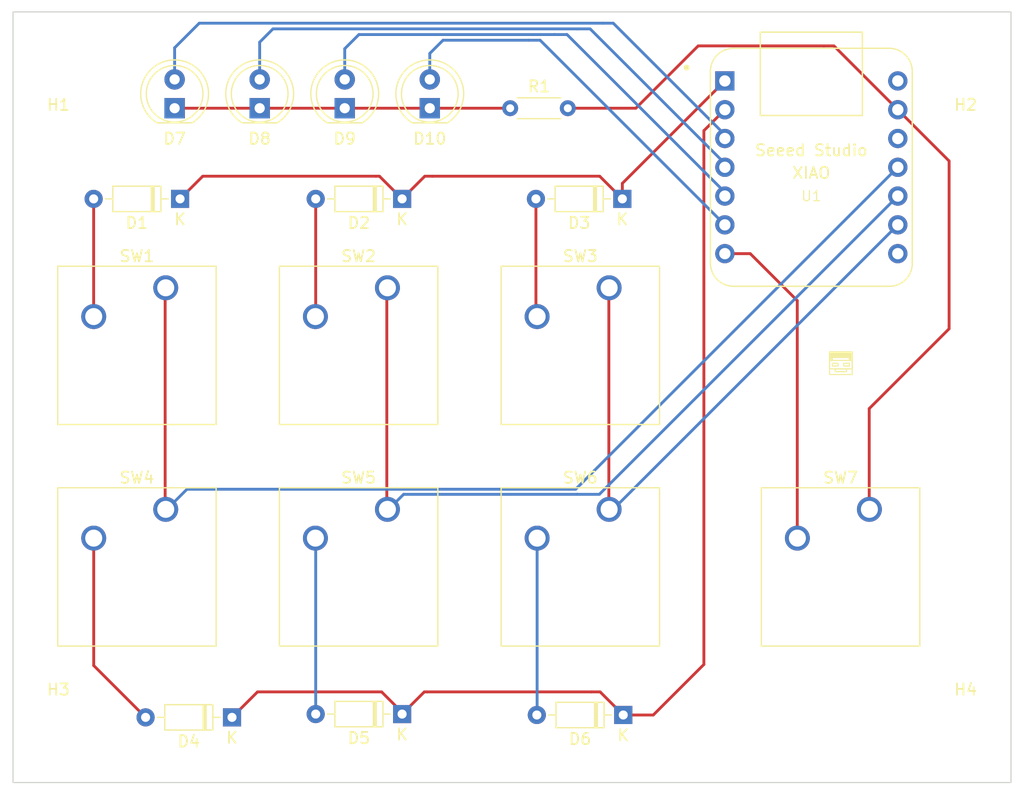
<source format=kicad_pcb>
(kicad_pcb (version 20240108) (generator "pcbnew") (generator_version "8.0")
  (layers (0 "F.Cu" signal) (31 "B.Cu" signal) (34 "B.Paste" user) (35 "F.Paste" user) (36 "B.SilkS" user "B.Silkscreen") (37 "F.SilkS" user "F.Silkscreen") (38 "B.Mask" user) (39 "F.Mask" user) (44 "Edge.Cuts" user))
  (net 0 "")
  (net 1 "Net-(D1-A)")
  (net 2 "/Column1")
  (net 3 "Net-(D2-A)")
  (net 4 "Net-(D3-A)")
  (net 5 "/Column2")
  (net 6 "Net-(D4-A)")
  (net 7 "Net-(D5-A)")
  (net 8 "Net-(D6-A)")
  (net 9 "Net-(D7-A)")
  (net 10 "GND")
  (net 11 "Net-(D8-A)")
  (net 12 "Net-(D9-A)")
  (net 13 "Net-(D10-A)")
  (net 14 "Net-(D10-K)")
  (net 15 "/Row1")
  (net 16 "/Row2")
  (net 18 "Net-(U1-PB08_A6_D6_TX)")
  (net 19 "+5V")
  (net 21 "/Row3")
  (footprint "Button_Switch_Keyboard:SW_Cherry_MX_1.00u_PCB" (layer "F.Cu") (at 25.465 36.345)
    (property "Reference" "SW1" (at -2.54 -2.794 0) (layer "F.SilkS"))
    (property "Value" "SW_Push")
    (fp_line (start -9.525 -1.905) (end 4.445 -1.905) (stroke (width 0.12)) (layer "F.SilkS"))
    (fp_line (start -9.525 12.065) (end -9.525 -1.905) (stroke (width 0.12)) (layer "F.SilkS"))
    (fp_line (start 4.445 -1.905) (end 4.445 12.065) (stroke (width 0.12)) (layer "F.SilkS"))
    (fp_line (start 4.445 12.065) (end -9.525 12.065) (stroke (width 0.12)) (layer "F.SilkS"))
    (pad "" np_thru_hole circle (at -7.62 5.08) (size 1.7 1.7) (drill 1.7) (layers "*.Cu" "*.Mask"))
    (pad "" np_thru_hole circle (at -2.54 5.08) (size 4 4) (drill 4) (layers "*.Cu" "*.Mask"))
    (pad "" np_thru_hole circle (at 2.54 5.08) (size 1.7 1.7) (drill 1.7) (layers "*.Cu" "*.Mask"))
    (pad "1" thru_hole circle (at 0 0) (size 2.2 2.2) (drill 1.5) (layers "*.Cu" "*.Mask") (net 15 "/Row1"))
    (pad "2" thru_hole circle (at -6.35 2.54) (size 2.2 2.2) (drill 1.5) (layers "*.Cu" "*.Mask") (net 1 "Net-(D1-A)"))
  )
  (footprint "Diode_THT:D_DO-35_SOD27_P7.62mm_Horizontal" (layer "F.Cu") (at 31.31 74.25 180)
    (property "Reference" "D4" (at 3.81 -2.12 0) (layer "F.SilkS"))
    (property "Value" "1N4148")
    (fp_line (start 6.58 0) (end 5.93 0) (stroke (width 0.12)) (layer "F.SilkS"))
    (fp_line (start 5.93 1.12) (end 5.93 -1.12) (stroke (width 0.12)) (layer "F.SilkS"))
    (fp_line (start 5.93 -1.12) (end 1.69 -1.12) (stroke (width 0.12)) (layer "F.SilkS"))
    (fp_line (start 2.53 -1.12) (end 2.53 1.12) (stroke (width 0.12)) (layer "F.SilkS"))
    (fp_line (start 2.41 -1.12) (end 2.41 1.12) (stroke (width 0.12)) (layer "F.SilkS"))
    (fp_line (start 2.29 -1.12) (end 2.29 1.12) (stroke (width 0.12)) (layer "F.SilkS"))
    (fp_line (start 1.69 1.12) (end 5.93 1.12) (stroke (width 0.12)) (layer "F.SilkS"))
    (fp_line (start 1.69 -1.12) (end 1.69 1.12) (stroke (width 0.12)) (layer "F.SilkS"))
    (fp_line (start 1.04 0) (end 1.69 0) (stroke (width 0.12)) (layer "F.SilkS"))
    (fp_text user "K" (at 0 -1.8 0) (layer "F.SilkS"))
    (pad "1" thru_hole rect (at 0 0 180) (size 1.6 1.6) (drill 0.8) (layers "*.Cu" "*.Mask") (net 5 "/Column2"))
    (pad "2" thru_hole oval (at 7.62 0 180) (size 1.6 1.6) (drill 0.8) (layers "*.Cu" "*.Mask") (net 6 "Net-(D4-A)"))
  )
  (footprint "LED_THT:LED_D5.0mm" (layer "F.Cu") (at 48.75 20.5 90)
    (property "Reference" "D10" (at -2.69 0 0) (layer "F.SilkS"))
    (property "Value" "LED")
    (fp_line (start -1.29 -1.545) (end -1.29 1.545) (stroke (width 0.12)) (layer "F.SilkS"))
    (fp_arc (start -1.29 -1.54483) (mid 2.072002 -2.880433) (end 4.26 0.000462) (stroke (width 0.12)) (layer "F.SilkS"))
    (fp_arc (start 4.26 -0.000462) (mid 2.072002 2.880433) (end -1.29 1.54483) (stroke (width 0.12)) (layer "F.SilkS"))
    (fp_circle (center 1.27 0) (end 3.77 0) (stroke (width 0.12)) (fill none) (layer "F.SilkS"))
    (pad "1" thru_hole rect (at 0 0 90) (size 1.8 1.8) (drill 0.9) (layers "*.Cu" "*.Mask") (net 14 "Net-(D10-K)"))
    (pad "2" thru_hole circle (at 2.54 0 90) (size 1.8 1.8) (drill 0.9) (layers "*.Cu" "*.Mask") (net 13 "Net-(D10-A)"))
  )
  (footprint "Button_Switch_Keyboard:SW_Cherry_MX_1.00u_PCB" (layer "F.Cu") (at 64.565 36.345)
    (property "Reference" "SW3" (at -2.54 -2.794 0) (layer "F.SilkS"))
    (property "Value" "SW_Push")
    (fp_line (start -9.525 -1.905) (end 4.445 -1.905) (stroke (width 0.12)) (layer "F.SilkS"))
    (fp_line (start -9.525 12.065) (end -9.525 -1.905) (stroke (width 0.12)) (layer "F.SilkS"))
    (fp_line (start 4.445 -1.905) (end 4.445 12.065) (stroke (width 0.12)) (layer "F.SilkS"))
    (fp_line (start 4.445 12.065) (end -9.525 12.065) (stroke (width 0.12)) (layer "F.SilkS"))
    (pad "" np_thru_hole circle (at -7.62 5.08) (size 1.7 1.7) (drill 1.7) (layers "*.Cu" "*.Mask"))
    (pad "" np_thru_hole circle (at -2.54 5.08) (size 4 4) (drill 4) (layers "*.Cu" "*.Mask"))
    (pad "" np_thru_hole circle (at 2.54 5.08) (size 1.7 1.7) (drill 1.7) (layers "*.Cu" "*.Mask"))
    (pad "1" thru_hole circle (at 0 0) (size 2.2 2.2) (drill 1.5) (layers "*.Cu" "*.Mask") (net 21 "/Row3"))
    (pad "2" thru_hole circle (at -6.35 2.54) (size 2.2 2.2) (drill 1.5) (layers "*.Cu" "*.Mask") (net 4 "Net-(D3-A)"))
  )
  (footprint "Button_Switch_Keyboard:SW_Cherry_MX_1.00u_PCB" (layer "F.Cu") (at 45.015 55.895)
    (property "Reference" "SW5" (at -2.54 -2.794 0) (layer "F.SilkS"))
    (property "Value" "SW_Push")
    (fp_line (start -9.525 -1.905) (end 4.445 -1.905) (stroke (width 0.12)) (layer "F.SilkS"))
    (fp_line (start -9.525 12.065) (end -9.525 -1.905) (stroke (width 0.12)) (layer "F.SilkS"))
    (fp_line (start 4.445 -1.905) (end 4.445 12.065) (stroke (width 0.12)) (layer "F.SilkS"))
    (fp_line (start 4.445 12.065) (end -9.525 12.065) (stroke (width 0.12)) (layer "F.SilkS"))
    (pad "" np_thru_hole circle (at -7.62 5.08) (size 1.7 1.7) (drill 1.7) (layers "*.Cu" "*.Mask"))
    (pad "" np_thru_hole circle (at -2.54 5.08) (size 4 4) (drill 4) (layers "*.Cu" "*.Mask"))
    (pad "" np_thru_hole circle (at 2.54 5.08) (size 1.7 1.7) (drill 1.7) (layers "*.Cu" "*.Mask"))
    (pad "1" thru_hole circle (at 0 0) (size 2.2 2.2) (drill 1.5) (layers "*.Cu" "*.Mask") (net 16 "/Row2"))
    (pad "2" thru_hole circle (at -6.35 2.54) (size 2.2 2.2) (drill 1.5) (layers "*.Cu" "*.Mask") (net 7 "Net-(D5-A)"))
  )
  (footprint "Diode_THT:D_DO-35_SOD27_P7.62mm_Horizontal" (layer "F.Cu") (at 26.73 28.5 180)
    (property "Reference" "D1" (at 3.81 -2.12 0) (layer "F.SilkS"))
    (property "Value" "1N4148")
    (fp_line (start 6.58 0) (end 5.93 0) (stroke (width 0.12)) (layer "F.SilkS"))
    (fp_line (start 5.93 1.12) (end 5.93 -1.12) (stroke (width 0.12)) (layer "F.SilkS"))
    (fp_line (start 5.93 -1.12) (end 1.69 -1.12) (stroke (width 0.12)) (layer "F.SilkS"))
    (fp_line (start 2.53 -1.12) (end 2.53 1.12) (stroke (width 0.12)) (layer "F.SilkS"))
    (fp_line (start 2.41 -1.12) (end 2.41 1.12) (stroke (width 0.12)) (layer "F.SilkS"))
    (fp_line (start 2.29 -1.12) (end 2.29 1.12) (stroke (width 0.12)) (layer "F.SilkS"))
    (fp_line (start 1.69 1.12) (end 5.93 1.12) (stroke (width 0.12)) (layer "F.SilkS"))
    (fp_line (start 1.69 -1.12) (end 1.69 1.12) (stroke (width 0.12)) (layer "F.SilkS"))
    (fp_line (start 1.04 0) (end 1.69 0) (stroke (width 0.12)) (layer "F.SilkS"))
    (fp_text user "K" (at 0 -1.8 0) (layer "F.SilkS"))
    (pad "1" thru_hole rect (at 0 0 180) (size 1.6 1.6) (drill 0.8) (layers "*.Cu" "*.Mask") (net 2 "/Column1"))
    (pad "2" thru_hole oval (at 7.62 0 180) (size 1.6 1.6) (drill 0.8) (layers "*.Cu" "*.Mask") (net 1 "Net-(D1-A)"))
  )
  (footprint "LED_THT:LED_D5.0mm" (layer "F.Cu") (at 33.75 20.5 90)
    (property "Reference" "D8" (at -2.69 0 0) (layer "F.SilkS"))
    (property "Value" "LED")
    (fp_line (start -1.29 -1.545) (end -1.29 1.545) (stroke (width 0.12)) (layer "F.SilkS"))
    (fp_arc (start -1.29 -1.54483) (mid 2.072002 -2.880433) (end 4.26 0.000462) (stroke (width 0.12)) (layer "F.SilkS"))
    (fp_arc (start 4.26 -0.000462) (mid 2.072002 2.880433) (end -1.29 1.54483) (stroke (width 0.12)) (layer "F.SilkS"))
    (fp_circle (center 1.27 0) (end 3.77 0) (stroke (width 0.12)) (fill none) (layer "F.SilkS"))
    (pad "1" thru_hole rect (at 0 0 90) (size 1.8 1.8) (drill 0.9) (layers "*.Cu" "*.Mask") (net 14 "Net-(D10-K)"))
    (pad "2" thru_hole circle (at 2.54 0 90) (size 1.8 1.8) (drill 0.9) (layers "*.Cu" "*.Mask") (net 11 "Net-(D8-A)"))
  )
  (footprint "Button_Switch_Keyboard:SW_Cherry_MX_1.00u_PCB" (layer "F.Cu") (at 87.515 55.895)
    (property "Reference" "SW7" (at -2.54 -2.794 0) (layer "F.SilkS"))
    (property "Value" "SW_Push")
    (fp_line (start -9.525 -1.905) (end 4.445 -1.905) (stroke (width 0.12)) (layer "F.SilkS"))
    (fp_line (start -9.525 12.065) (end -9.525 -1.905) (stroke (width 0.12)) (layer "F.SilkS"))
    (fp_line (start 4.445 -1.905) (end 4.445 12.065) (stroke (width 0.12)) (layer "F.SilkS"))
    (fp_line (start 4.445 12.065) (end -9.525 12.065) (stroke (width 0.12)) (layer "F.SilkS"))
    (pad "" np_thru_hole circle (at -7.62 5.08) (size 1.7 1.7) (drill 1.7) (layers "*.Cu" "*.Mask"))
    (pad "" np_thru_hole circle (at -2.54 5.08) (size 4 4) (drill 4) (layers "*.Cu" "*.Mask"))
    (pad "" np_thru_hole circle (at 2.54 5.08) (size 1.7 1.7) (drill 1.7) (layers "*.Cu" "*.Mask"))
    (pad "1" thru_hole circle (at 0 0) (size 2.2 2.2) (drill 1.5) (layers "*.Cu" "*.Mask") (net 10 "GND"))
    (pad "2" thru_hole circle (at -6.35 2.54) (size 2.2 2.2) (drill 1.5) (layers "*.Cu" "*.Mask") (net 18 "Net-(U1-PB08_A6_D6_TX)"))
  )
  (footprint "Diode_THT:D_DO-35_SOD27_P7.62mm_Horizontal" (layer "F.Cu") (at 46.31 28.5 180)
    (property "Reference" "D2" (at 3.81 -2.12 0) (layer "F.SilkS"))
    (property "Value" "1N4148")
    (fp_line (start 6.58 0) (end 5.93 0) (stroke (width 0.12)) (layer "F.SilkS"))
    (fp_line (start 5.93 1.12) (end 5.93 -1.12) (stroke (width 0.12)) (layer "F.SilkS"))
    (fp_line (start 5.93 -1.12) (end 1.69 -1.12) (stroke (width 0.12)) (layer "F.SilkS"))
    (fp_line (start 2.53 -1.12) (end 2.53 1.12) (stroke (width 0.12)) (layer "F.SilkS"))
    (fp_line (start 2.41 -1.12) (end 2.41 1.12) (stroke (width 0.12)) (layer "F.SilkS"))
    (fp_line (start 2.29 -1.12) (end 2.29 1.12) (stroke (width 0.12)) (layer "F.SilkS"))
    (fp_line (start 1.69 1.12) (end 5.93 1.12) (stroke (width 0.12)) (layer "F.SilkS"))
    (fp_line (start 1.69 -1.12) (end 1.69 1.12) (stroke (width 0.12)) (layer "F.SilkS"))
    (fp_line (start 1.04 0) (end 1.69 0) (stroke (width 0.12)) (layer "F.SilkS"))
    (fp_text user "K" (at 0 -1.8 0) (layer "F.SilkS"))
    (pad "1" thru_hole rect (at 0 0 180) (size 1.6 1.6) (drill 0.8) (layers "*.Cu" "*.Mask") (net 2 "/Column1"))
    (pad "2" thru_hole oval (at 7.62 0 180) (size 1.6 1.6) (drill 0.8) (layers "*.Cu" "*.Mask") (net 3 "Net-(D2-A)"))
  )
  (footprint "Diode_THT:D_DO-35_SOD27_P7.62mm_Horizontal" (layer "F.Cu") (at 65.81 74.04 180)
    (property "Reference" "D6" (at 3.81 -2.12 0) (layer "F.SilkS"))
    (property "Value" "1N4148")
    (fp_line (start 6.58 0) (end 5.93 0) (stroke (width 0.12)) (layer "F.SilkS"))
    (fp_line (start 5.93 1.12) (end 5.93 -1.12) (stroke (width 0.12)) (layer "F.SilkS"))
    (fp_line (start 5.93 -1.12) (end 1.69 -1.12) (stroke (width 0.12)) (layer "F.SilkS"))
    (fp_line (start 2.53 -1.12) (end 2.53 1.12) (stroke (width 0.12)) (layer "F.SilkS"))
    (fp_line (start 2.41 -1.12) (end 2.41 1.12) (stroke (width 0.12)) (layer "F.SilkS"))
    (fp_line (start 2.29 -1.12) (end 2.29 1.12) (stroke (width 0.12)) (layer "F.SilkS"))
    (fp_line (start 1.69 1.12) (end 5.93 1.12) (stroke (width 0.12)) (layer "F.SilkS"))
    (fp_line (start 1.69 -1.12) (end 1.69 1.12) (stroke (width 0.12)) (layer "F.SilkS"))
    (fp_line (start 1.04 0) (end 1.69 0) (stroke (width 0.12)) (layer "F.SilkS"))
    (fp_text user "K" (at 0 -1.8 0) (layer "F.SilkS"))
    (pad "1" thru_hole rect (at 0 0 180) (size 1.6 1.6) (drill 0.8) (layers "*.Cu" "*.Mask") (net 5 "/Column2"))
    (pad "2" thru_hole oval (at 7.62 0 180) (size 1.6 1.6) (drill 0.8) (layers "*.Cu" "*.Mask") (net 8 "Net-(D6-A)"))
  )
  (footprint "Resistor_THT:R_Axial_DIN0204_L3.6mm_D1.6mm_P5.08mm_Horizontal" (layer "F.Cu") (at 55.84 20.5)
    (property "Reference" "R1" (at 2.54 -1.92 0) (layer "F.SilkS"))
    (property "Value" "R150")
    (fp_line (start 0.62 -0.92) (end 4.46 -0.92) (stroke (width 0.12)) (layer "F.SilkS"))
    (fp_line (start 0.62 0.92) (end 4.46 0.92) (stroke (width 0.12)) (layer "F.SilkS"))
    (pad "1" thru_hole circle (at 0 0) (size 1.4 1.4) (drill 0.7) (layers "*.Cu" "*.Mask") (net 14 "Net-(D10-K)"))
    (pad "2" thru_hole oval (at 5.08 0) (size 1.4 1.4) (drill 0.7) (layers "*.Cu" "*.Mask") (net 10 "GND"))
  )
  (footprint "MountingHole:MountingHole_3.2mm_M3" (layer "F.Cu") (at 96 76)
    (property "Reference" "H4" (at 0 -4.2 0) (layer "F.SilkS"))
    (property "Value" "MountingHole")
    (pad "" np_thru_hole circle (at 0 0) (size 3.2 3.2) (drill 3.2) (layers "*.Cu" "*.Mask"))
  )
  (footprint "Diode_THT:D_DO-35_SOD27_P7.62mm_Horizontal" (layer "F.Cu") (at 65.73 28.5 180)
    (property "Reference" "D3" (at 3.81 -2.12 0) (layer "F.SilkS"))
    (property "Value" "1N4148")
    (fp_line (start 6.58 0) (end 5.93 0) (stroke (width 0.12)) (layer "F.SilkS"))
    (fp_line (start 5.93 1.12) (end 5.93 -1.12) (stroke (width 0.12)) (layer "F.SilkS"))
    (fp_line (start 5.93 -1.12) (end 1.69 -1.12) (stroke (width 0.12)) (layer "F.SilkS"))
    (fp_line (start 2.53 -1.12) (end 2.53 1.12) (stroke (width 0.12)) (layer "F.SilkS"))
    (fp_line (start 2.41 -1.12) (end 2.41 1.12) (stroke (width 0.12)) (layer "F.SilkS"))
    (fp_line (start 2.29 -1.12) (end 2.29 1.12) (stroke (width 0.12)) (layer "F.SilkS"))
    (fp_line (start 1.69 1.12) (end 5.93 1.12) (stroke (width 0.12)) (layer "F.SilkS"))
    (fp_line (start 1.69 -1.12) (end 1.69 1.12) (stroke (width 0.12)) (layer "F.SilkS"))
    (fp_line (start 1.04 0) (end 1.69 0) (stroke (width 0.12)) (layer "F.SilkS"))
    (fp_text user "K" (at 0 -1.8 0) (layer "F.SilkS"))
    (pad "1" thru_hole rect (at 0 0 180) (size 1.6 1.6) (drill 0.8) (layers "*.Cu" "*.Mask") (net 2 "/Column1"))
    (pad "2" thru_hole oval (at 7.62 0 180) (size 1.6 1.6) (drill 0.8) (layers "*.Cu" "*.Mask") (net 4 "Net-(D3-A)"))
  )
  (footprint "Button_Switch_Keyboard:SW_Cherry_MX_1.00u_PCB" (layer "F.Cu") (at 45.015 36.345)
    (property "Reference" "SW2" (at -2.54 -2.794 0) (layer "F.SilkS"))
    (property "Value" "SW_Push")
    (fp_line (start -9.525 -1.905) (end 4.445 -1.905) (stroke (width 0.12)) (layer "F.SilkS"))
    (fp_line (start -9.525 12.065) (end -9.525 -1.905) (stroke (width 0.12)) (layer "F.SilkS"))
    (fp_line (start 4.445 -1.905) (end 4.445 12.065) (stroke (width 0.12)) (layer "F.SilkS"))
    (fp_line (start 4.445 12.065) (end -9.525 12.065) (stroke (width 0.12)) (layer "F.SilkS"))
    (pad "" np_thru_hole circle (at -7.62 5.08) (size 1.7 1.7) (drill 1.7) (layers "*.Cu" "*.Mask"))
    (pad "" np_thru_hole circle (at -2.54 5.08) (size 4 4) (drill 4) (layers "*.Cu" "*.Mask"))
    (pad "" np_thru_hole circle (at 2.54 5.08) (size 1.7 1.7) (drill 1.7) (layers "*.Cu" "*.Mask"))
    (pad "1" thru_hole circle (at 0 0) (size 2.2 2.2) (drill 1.5) (layers "*.Cu" "*.Mask") (net 16 "/Row2"))
    (pad "2" thru_hole circle (at -6.35 2.54) (size 2.2 2.2) (drill 1.5) (layers "*.Cu" "*.Mask") (net 3 "Net-(D2-A)"))
  )
  (footprint "MountingHole:MountingHole_3.2mm_M3" (layer "F.Cu") (at 96 16 180)
    (property "Reference" "H2" (at 0 -4.2 180) (layer "F.SilkS"))
    (property "Value" "MountingHole")
    (pad "" np_thru_hole circle (at 0 0 180) (size 3.2 3.2) (drill 3.2) (layers "*.Cu" "*.Mask"))
  )
  (footprint "LED_THT:LED_D5.0mm" (layer "F.Cu") (at 26.25 20.5 90)
    (property "Reference" "D7" (at -2.69 0 0) (layer "F.SilkS"))
    (property "Value" "LED")
    (fp_line (start -1.29 -1.545) (end -1.29 1.545) (stroke (width 0.12)) (layer "F.SilkS"))
    (fp_arc (start -1.29 -1.54483) (mid 2.072002 -2.880433) (end 4.26 0.000462) (stroke (width 0.12)) (layer "F.SilkS"))
    (fp_arc (start 4.26 -0.000462) (mid 2.072002 2.880433) (end -1.29 1.54483) (stroke (width 0.12)) (layer "F.SilkS"))
    (fp_circle (center 1.27 0) (end 3.77 0) (stroke (width 0.12)) (fill none) (layer "F.SilkS"))
    (pad "1" thru_hole rect (at 0 0 90) (size 1.8 1.8) (drill 0.9) (layers "*.Cu" "*.Mask") (net 14 "Net-(D10-K)"))
    (pad "2" thru_hole circle (at 2.54 0 90) (size 1.8 1.8) (drill 0.9) (layers "*.Cu" "*.Mask") (net 9 "Net-(D7-A)"))
  )
  (footprint "Button_Switch_Keyboard:SW_Cherry_MX_1.00u_PCB" (layer "F.Cu") (at 25.465 55.895)
    (property "Reference" "SW4" (at -2.54 -2.794 0) (layer "F.SilkS"))
    (property "Value" "SW_Push")
    (fp_line (start -9.525 -1.905) (end 4.445 -1.905) (stroke (width 0.12)) (layer "F.SilkS"))
    (fp_line (start -9.525 12.065) (end -9.525 -1.905) (stroke (width 0.12)) (layer "F.SilkS"))
    (fp_line (start 4.445 -1.905) (end 4.445 12.065) (stroke (width 0.12)) (layer "F.SilkS"))
    (fp_line (start 4.445 12.065) (end -9.525 12.065) (stroke (width 0.12)) (layer "F.SilkS"))
    (pad "" np_thru_hole circle (at -7.62 5.08) (size 1.7 1.7) (drill 1.7) (layers "*.Cu" "*.Mask"))
    (pad "" np_thru_hole circle (at -2.54 5.08) (size 4 4) (drill 4) (layers "*.Cu" "*.Mask"))
    (pad "" np_thru_hole circle (at 2.54 5.08) (size 1.7 1.7) (drill 1.7) (layers "*.Cu" "*.Mask"))
    (pad "1" thru_hole circle (at 0 0) (size 2.2 2.2) (drill 1.5) (layers "*.Cu" "*.Mask") (net 15 "/Row1"))
    (pad "2" thru_hole circle (at -6.35 2.54) (size 2.2 2.2) (drill 1.5) (layers "*.Cu" "*.Mask") (net 6 "Net-(D4-A)"))
  )
  (footprint "MountingHole:MountingHole_3.2mm_M3" (layer "F.Cu") (at 16 16 180)
    (property "Reference" "H1" (at 0 -4.2 180) (layer "F.SilkS"))
    (property "Value" "MountingHole")
    (pad "" np_thru_hole circle (at 0 0 180) (size 3.2 3.2) (drill 3.2) (layers "*.Cu" "*.Mask"))
  )
  (footprint "MyLogos:OakLogo" (layer "F.Cu") (at 85 43)
    (property "Reference" "REF**" (hide yes))
    (property "Value" "OakLogo")
    (fp_rect (start -1 -1) (end 1 1) (stroke (width 0.1)) (fill none) (layer "F.SilkS"))
    (fp_rect (start -1 -0.25) (end 1 0.5) (stroke (width 0.1)) (fill none) (layer "F.SilkS"))
    (fp_rect (start -0.75 0) (end -0.25 0.25) (stroke (width 0.1)) (fill none) (layer "F.SilkS"))
    (fp_rect (start -0.5 0.5) (end 0.5 0.75) (stroke (width 0.1)) (fill none) (layer "F.SilkS"))
    (fp_rect (start 0.25 0) (end 0.75 0.25) (stroke (width 0.1)) (fill none) (layer "F.SilkS"))
    (fp_poly (pts (xy -1 -0.25) (xy -0.75 -0.25) (xy -0.75 -0.5) (xy 0.75 -0.5) (xy 0.75 -0.25) (xy 1 -0.25) (xy 1 -1) (xy -1 -1)) (stroke (width 0.1)) (fill solid) (layer "F.SilkS"))
  )
  (footprint "Seeed Studio XIAO Series Library:XIAO-Generic-Thruhole-14P-2.54-21X17.8MM" (layer "F.Cu") (at 82.39525 25.712015)
    (property "Reference" "U1" (at 0 2.54 0) (layer "F.SilkS") (effects (font (size 0.889 0.889) (thickness 0.1016))))
    (property "Value" "Seeed Studio XIAO SAMD21" (hide yes))
    (fp_line (start -8.9 -8.5) (end -8.9 8.5) (stroke (width 0.127)) (layer "F.SilkS"))
    (fp_line (start -6.9 10.5) (end 6.9 10.5) (stroke (width 0.127)) (layer "F.SilkS"))
    (fp_line (start -4.5 -11.92403) (end 4.5 -11.92403) (stroke (width 0.127)) (layer "F.SilkS"))
    (fp_line (start -4.5 -4.57073) (end -4.5 -11.92403) (stroke (width 0.127)) (layer "F.SilkS"))
    (fp_line (start 4.5 -11.92403) (end 4.5 -4.57073) (stroke (width 0.127)) (layer "F.SilkS"))
    (fp_line (start 4.5 -4.57073) (end -4.5 -4.57073) (stroke (width 0.127)) (layer "F.SilkS"))
    (fp_line (start 6.9 -10.49909) (end -6.9 -10.49909) (stroke (width 0.127)) (layer "F.SilkS"))
    (fp_line (start 8.9 8.5) (end 8.9 -8.5) (stroke (width 0.127)) (layer "F.SilkS"))
    (fp_arc (start -8.9 -8.5) (mid -8.301491 -9.901491) (end -6.9 -10.5) (stroke (width 0.12)) (layer "F.SilkS"))
    (fp_arc (start -6.9 10.5) (mid -8.301423 9.901423) (end -8.9 8.5) (stroke (width 0.12)) (layer "F.SilkS"))
    (fp_arc (start 6.9 -10.5) (mid 8.301494 -9.901494) (end 8.9 -8.5) (stroke (width 0.12)) (layer "F.SilkS"))
    (fp_arc (start 8.9 8.5) (mid 8.314214 9.914214) (end 6.9 10.5) (stroke (width 0.12)) (layer "F.SilkS"))
    (fp_circle (center -11 -8.8) (end -11 -9.054) (fill solid) (layer "F.SilkS"))
    (fp_poly (pts (xy -8.887715 -8.561705) (xy -8.884667 -8.610473) (xy -8.880603 -8.659494)) (stroke (width 0.0254)) (fill none) (layer "F.SilkS"))
    (fp_poly (pts (xy 8.889492 8.521574) (xy 8.887713 8.57085) (xy 8.884665 8.619618) (xy 8.880601 8.668639) (xy 8.875268 8.717407) (xy 8.868664 8.766175) (xy 8.861044 8.81469) (xy 8.852153 8.86295) (xy 8.842248 8.910955)) (stroke (width 0.0254)) (fill none) (layer "F.SilkS"))
    (fp_text user "XIAO" (at 0 0.5 0) (layer "F.SilkS"))
    (fp_text user "Seeed Studio" (at 0 -1.5 0) (layer "F.SilkS"))
    (pad "1" thru_hole rect (at -7.625 -7.62) (size 1.7 1.7) (drill 1) (layers "*.Cu" "*.Mask") (net 2 "/Column1"))
    (pad "2" thru_hole circle (at -7.625 -5.08) (size 1.7 1.7) (drill 1) (layers "*.Cu" "*.Mask") (net 5 "/Column2"))
    (pad "3" thru_hole circle (at -7.625 -2.54) (size 1.7 1.7) (drill 1) (layers "*.Cu" "*.Mask") (net 9 "Net-(D7-A)"))
    (pad "4" thru_hole circle (at -7.625 0) (size 1.7 1.7) (drill 1) (layers "*.Cu" "*.Mask") (net 11 "Net-(D8-A)"))
    (pad "5" thru_hole circle (at -7.625 2.54) (size 1.7 1.7) (drill 1) (layers "*.Cu" "*.Mask") (net 12 "Net-(D9-A)"))
    (pad "6" thru_hole circle (at -7.625 5.08 180) (size 1.7 1.7) (drill 1) (layers "*.Cu" "*.Mask") (net 13 "Net-(D10-A)"))
    (pad "7" thru_hole circle (at -7.625 7.62) (size 1.7 1.7) (drill 1) (layers "*.Cu" "*.Mask") (net 18 "Net-(U1-PB08_A6_D6_TX)"))
    (pad "8" thru_hole circle (at 7.625 7.62) (size 1.7 1.7) (drill 1) (layers "*.Cu" "*.Mask"))
    (pad "9" thru_hole circle (at 7.625 5.08) (size 1.7 1.7) (drill 1) (layers "*.Cu" "*.Mask") (net 21 "/Row3"))
    (pad "10" thru_hole circle (at 7.625 2.54) (size 1.7 1.7) (drill 1) (layers "*.Cu" "*.Mask") (net 16 "/Row2"))
    (pad "11" thru_hole circle (at 7.625 0) (size 1.7 1.7) (drill 1) (layers "*.Cu" "*.Mask") (net 15 "/Row1"))
    (pad "12" thru_hole circle (at 7.625 -2.54) (size 1.7 1.7) (drill 1) (layers "*.Cu" "*.Mask"))
    (pad "13" thru_hole circle (at 7.625 -5.08) (size 1.7 1.7) (drill 1) (layers "*.Cu" "*.Mask") (net 10 "GND"))
    (pad "14" thru_hole circle (at 7.625 -7.62) (size 1.7 1.7) (drill 1) (layers "*.Cu" "*.Mask") (net 19 "+5V"))
  )
  (footprint "Button_Switch_Keyboard:SW_Cherry_MX_1.00u_PCB" (layer "F.Cu") (at 64.565 55.895)
    (property "Reference" "SW6" (at -2.54 -2.794 0) (layer "F.SilkS"))
    (property "Value" "SW_Push")
    (fp_line (start -9.525 -1.905) (end 4.445 -1.905) (stroke (width 0.12)) (layer "F.SilkS"))
    (fp_line (start -9.525 12.065) (end -9.525 -1.905) (stroke (width 0.12)) (layer "F.SilkS"))
    (fp_line (start 4.445 -1.905) (end 4.445 12.065) (stroke (width 0.12)) (layer "F.SilkS"))
    (fp_line (start 4.445 12.065) (end -9.525 12.065) (stroke (width 0.12)) (layer "F.SilkS"))
    (pad "" np_thru_hole circle (at -7.62 5.08) (size 1.7 1.7) (drill 1.7) (layers "*.Cu" "*.Mask"))
    (pad "" np_thru_hole circle (at -2.54 5.08) (size 4 4) (drill 4) (layers "*.Cu" "*.Mask"))
    (pad "" np_thru_hole circle (at 2.54 5.08) (size 1.7 1.7) (drill 1.7) (layers "*.Cu" "*.Mask"))
    (pad "1" thru_hole circle (at 0 0) (size 2.2 2.2) (drill 1.5) (layers "*.Cu" "*.Mask") (net 21 "/Row3"))
    (pad "2" thru_hole circle (at -6.35 2.54) (size 2.2 2.2) (drill 1.5) (layers "*.Cu" "*.Mask") (net 8 "Net-(D6-A)"))
  )
  (footprint "Diode_THT:D_DO-35_SOD27_P7.62mm_Horizontal" (layer "F.Cu") (at 46.31 73.96 180)
    (property "Reference" "D5" (at 3.81 -2.12 0) (layer "F.SilkS"))
    (property "Value" "1N4148")
    (fp_line (start 6.58 0) (end 5.93 0) (stroke (width 0.12)) (layer "F.SilkS"))
    (fp_line (start 5.93 1.12) (end 5.93 -1.12) (stroke (width 0.12)) (layer "F.SilkS"))
    (fp_line (start 5.93 -1.12) (end 1.69 -1.12) (stroke (width 0.12)) (layer "F.SilkS"))
    (fp_line (start 2.53 -1.12) (end 2.53 1.12) (stroke (width 0.12)) (layer "F.SilkS"))
    (fp_line (start 2.41 -1.12) (end 2.41 1.12) (stroke (width 0.12)) (layer "F.SilkS"))
    (fp_line (start 2.29 -1.12) (end 2.29 1.12) (stroke (width 0.12)) (layer "F.SilkS"))
    (fp_line (start 1.69 1.12) (end 5.93 1.12) (stroke (width 0.12)) (layer "F.SilkS"))
    (fp_line (start 1.69 -1.12) (end 1.69 1.12) (stroke (width 0.12)) (layer "F.SilkS"))
    (fp_line (start 1.04 0) (end 1.69 0) (stroke (width 0.12)) (layer "F.SilkS"))
    (fp_text user "K" (at 0 -1.8 0) (layer "F.SilkS"))
    (pad "1" thru_hole rect (at 0 0 180) (size 1.6 1.6) (drill 0.8) (layers "*.Cu" "*.Mask") (net 5 "/Column2"))
    (pad "2" thru_hole oval (at 7.62 0 180) (size 1.6 1.6) (drill 0.8) (layers "*.Cu" "*.Mask") (net 7 "Net-(D5-A)"))
  )
  (footprint "MountingHole:MountingHole_3.2mm_M3" (layer "F.Cu") (at 16 76)
    (property "Reference" "H3" (at 0 -4.2 0) (layer "F.SilkS"))
    (property "Value" "MountingHole")
    (pad "" np_thru_hole circle (at 0 0) (size 3.2 3.2) (drill 3.2) (layers "*.Cu" "*.Mask"))
  )
  (footprint "LED_THT:LED_D5.0mm" (layer "F.Cu") (at 41.25 20.5 90)
    (property "Reference" "D9" (at -2.69 0 0) (layer "F.SilkS"))
    (property "Value" "LED")
    (fp_line (start -1.29 -1.545) (end -1.29 1.545) (stroke (width 0.12)) (layer "F.SilkS"))
    (fp_arc (start -1.29 -1.54483) (mid 2.072002 -2.880433) (end 4.26 0.000462) (stroke (width 0.12)) (layer "F.SilkS"))
    (fp_arc (start 4.26 -0.000462) (mid 2.072002 2.880433) (end -1.29 1.54483) (stroke (width 0.12)) (layer "F.SilkS"))
    (fp_circle (center 1.27 0) (end 3.77 0) (stroke (width 0.12)) (fill none) (layer "F.SilkS"))
    (pad "1" thru_hole rect (at 0 0 90) (size 1.8 1.8) (drill 0.9) (layers "*.Cu" "*.Mask") (net 14 "Net-(D10-K)"))
    (pad "2" thru_hole circle (at 2.54 0 90) (size 1.8 1.8) (drill 0.9) (layers "*.Cu" "*.Mask") (net 12 "Net-(D9-A)"))
  )
  (gr_rect (start 12 12) (end 100 80) (stroke (width 0.1)) (fill none) (layer "Edge.Cuts"))
  (segment (start 19.11 38.915) (end 19.065 38.96) (width 0.25) (layer "F.Cu") (net 1))
  (segment (start 19.11 28.5) (end 19.11 38.915) (width 0.25) (layer "F.Cu") (net 1))
  (segment (start 19.11 38.915) (end 19.065 38.96) (width 0.25) (layer "B.Cu") (net 1))
  (segment (start 65.73 27.132265) (end 65.73 28.5) (width 0.25) (layer "F.Cu") (net 2))
  (segment (start 63.73 26.5) (end 65.73 28.5) (width 0.25) (layer "F.Cu") (net 2))
  (segment (start 26.73 28.5) (end 28.73 26.5) (width 0.25) (layer "F.Cu") (net 2))
  (segment (start 46.31 28.5) (end 44.31 26.5) (width 0.25) (layer "F.Cu") (net 2))
  (segment (start 44.31 26.5) (end 44 26.5) (width 0.25) (layer "F.Cu") (net 2))
  (segment (start 49 26.5) (end 63.73 26.5) (width 0.25) (layer "F.Cu") (net 2))
  (segment (start 46.31 28.5) (end 48.31 26.5) (width 0.25) (layer "F.Cu") (net 2))
  (segment (start 74.77025 18.092015) (end 65.73 27.132265) (width 0.25) (layer "F.Cu") (net 2))
  (segment (start 28.73 26.5) (end 44 26.5) (width 0.25) (layer "F.Cu") (net 2))
  (segment (start 48.31 26.5) (end 49 26.5) (width 0.25) (layer "F.Cu") (net 2))
  (segment (start 38.69 28.5) (end 38.69 38.96) (width 0.25) (layer "F.Cu") (net 3))
  (segment (start 38.69 38.96) (end 38.61 39.04) (width 0.25) (layer "F.Cu") (net 3))
  (segment (start 38.61 28.58) (end 38.69 28.5) (width 0.25) (layer "B.Cu") (net 3))
  (segment (start 58.11 28.5) (end 58.11 38.96) (width 0.25) (layer "F.Cu") (net 4))
  (segment (start 58.11 38.96) (end 58.19 39.04) (width 0.25) (layer "F.Cu") (net 4))
  (segment (start 58.19 28.58) (end 58.11 28.5) (width 0.25) (layer "B.Cu") (net 4))
  (segment (start 63 72) (end 48.5 72) (width 0.25) (layer "F.Cu") (net 5))
  (segment (start 33.56 72) (end 44.5 72) (width 0.25) (layer "F.Cu") (net 5))
  (segment (start 31.31 74.25) (end 33.56 72) (width 0.25) (layer "F.Cu") (net 5))
  (segment (start 44.5 72) (end 46.31 73.81) (width 0.25) (layer "F.Cu") (net 5))
  (segment (start 72.92 69.58) (end 72.92 22.482265) (width 0.25) (layer "F.Cu") (net 5))
  (segment (start 65.81 74.04) (end 63.77 72) (width 0.25) (layer "F.Cu") (net 5))
  (segment (start 48.27 72) (end 48.5 72) (width 0.25) (layer "F.Cu") (net 5))
  (segment (start 68.46 74.04) (end 72.92 69.58) (width 0.25) (layer "F.Cu") (net 5))
  (segment (start 72.92 22.482265) (end 74.77025 20.632015) (width 0.25) (layer "F.Cu") (net 5))
  (segment (start 65.81 74.04) (end 68.46 74.04) (width 0.25) (layer "F.Cu") (net 5))
  (segment (start 46.31 73.81) (end 46.31 73.96) (width 0.25) (layer "F.Cu") (net 5))
  (segment (start 63.77 72) (end 63 72) (width 0.25) (layer "F.Cu") (net 5))
  (segment (start 46.31 73.96) (end 48.27 72) (width 0.25) (layer "F.Cu") (net 5))
  (segment (start 19.115 69.675) (end 23.69 74.25) (width 0.25) (layer "F.Cu") (net 6))
  (segment (start 19.19 58.62) (end 19.11 58.54) (width 0.25) (layer "F.Cu") (net 6))
  (segment (start 19.115 58.435) (end 19.115 69.675) (width 0.25) (layer "F.Cu") (net 6))
  (segment (start 38.69 58.54) (end 38.69 73.96) (width 0.25) (layer "B.Cu") (net 7))
  (segment (start 58.15 74) (end 58.19 74.04) (width 0.25) (layer "F.Cu") (net 8))
  (segment (start 58.215 74.015) (end 58.19 74.04) (width 0.25) (layer "B.Cu") (net 8))
  (segment (start 58.215 58.535) (end 58.215 74.015) (width 0.25) (layer "B.Cu") (net 8))
  (segment (start 58.15 74) (end 58.19 74.04) (width 0.25) (layer "B.Cu") (net 8))
  (segment (start 64.931396 13) (end 64 13) (width 0.25) (layer "B.Cu") (net 9))
  (segment (start 74.77025 22.838854) (end 64.931396 13) (width 0.25) (layer "B.Cu") (net 9))
  (segment (start 26.25 17.96) (end 26.25 15.17) (width 0.25) (layer "B.Cu") (net 9))
  (segment (start 26.25 15.17) (end 28.42 13) (width 0.25) (layer "B.Cu") (net 9))
  (segment (start 28.42 13) (end 64 13) (width 0.25) (layer "B.Cu") (net 9))
  (segment (start 94.545 25.156765) (end 94.545 39.75) (width 0.25) (layer "F.Cu") (net 10))
  (segment (start 94.545 39.96) (end 94.545 39.75) (width 0.25) (layer "F.Cu") (net 10))
  (segment (start 87.5 56) (end 87.5 47.005) (width 0.25) (layer "F.Cu") (net 10))
  (segment (start 60.92 20.5) (end 66.92 20.5) (width 0.25) (layer "F.Cu") (net 10))
  (segment (start 72.42 15) (end 83.5 15) (width 0.25) (layer "F.Cu") (net 10))
  (segment (start 90.02025 20.632015) (end 84.388235 15) (width 0.25) (layer "F.Cu") (net 10))
  (segment (start 90.02025 20.632015) (end 94.545 25.156765) (width 0.25) (layer "F.Cu") (net 10))
  (segment (start 66.92 20.5) (end 72.42 15) (width 0.25) (layer "F.Cu") (net 10))
  (segment (start 84.388235 15) (end 83.5 15) (width 0.25) (layer "F.Cu") (net 10))
  (segment (start 87.5 47.005) (end 94.545 39.96) (width 0.25) (layer "F.Cu") (net 10))
  (segment (start 33.75 17.96) (end 33.75 14.67) (width 0.25) (layer "B.Cu") (net 11))
  (segment (start 33.75 14.67) (end 34.92 13.5) (width 0.25) (layer "B.Cu") (net 11))
  (segment (start 74.77025 25.378854) (end 62.891396 13.5) (width 0.25) (layer "B.Cu") (net 11))
  (segment (start 34.92 13.5) (end 61.75 13.5) (width 0.25) (layer "B.Cu") (net 11))
  (segment (start 62.891396 13.5) (end 61.75 13.5) (width 0.25) (layer "B.Cu") (net 11))
  (segment (start 42.5 14) (end 59.75 14) (width 0.25) (layer "B.Cu") (net 12))
  (segment (start 60.851396 14) (end 59.75 14) (width 0.25) (layer "B.Cu") (net 12))
  (segment (start 41.25 17.96) (end 41.25 15.25) (width 0.25) (layer "B.Cu") (net 12))
  (segment (start 41.25 15.25) (end 42.5 14) (width 0.25) (layer "B.Cu") (net 12))
  (segment (start 74.77025 27.918854) (end 60.851396 14) (width 0.25) (layer "B.Cu") (net 12))
  (segment (start 49.92 14.5) (end 57.5 14.5) (width 0.25) (layer "B.Cu") (net 13))
  (segment (start 58.478235 14.5) (end 57.5 14.5) (width 0.25) (layer "B.Cu") (net 13))
  (segment (start 48.75 17.96) (end 48.75 15.67) (width 0.25) (layer "B.Cu") (net 13))
  (segment (start 48.75 15.67) (end 49.92 14.5) (width 0.25) (layer "B.Cu") (net 13))
  (segment (start 74.77025 30.792015) (end 58.478235 14.5) (width 0.25) (layer "B.Cu") (net 13))
  (segment (start 55.84 20.5) (end 26.5 20.5) (width 0.25) (layer "F.Cu") (net 14))
  (segment (start 25.415 55.955) (end 25.46 56) (width 0.25) (layer "F.Cu") (net 15))
  (segment (start 25.415 36.42) (end 25.415 55.955) (width 0.25) (layer "F.Cu") (net 15))
  (segment (start 90.02025 25.712015) (end 61.612265 54.12) (width 0.25) (layer "B.Cu") (net 15))
  (segment (start 25.465 55.995) (end 27.34 54.12) (width 0.25) (layer "B.Cu") (net 15))
  (segment (start 61.612265 54.12) (end 61 54.12) (width 0.25) (layer "B.Cu") (net 15))
  (segment (start 27.34 54.12) (end 61 54.12) (width 0.25) (layer "B.Cu") (net 15))
  (segment (start 44.96 55.92) (end 45.04 56) (width 0.25) (layer "F.Cu") (net 16))
  (segment (start 44.96 36.5) (end 44.96 55.92) (width 0.25) (layer "F.Cu") (net 16))
  (segment (start 46.44 54.57) (end 61.75 54.57) (width 0.25) (layer "B.Cu") (net 16))
  (segment (start 45.015 55.995) (end 46.44 54.57) (width 0.25) (layer "B.Cu") (net 16))
  (segment (start 90.02025 28.252015) (end 63.702265 54.57) (width 0.25) (layer "B.Cu") (net 16))
  (segment (start 63.702265 54.57) (end 61.75 54.57) (width 0.25) (layer "B.Cu") (net 16))
  (segment (start 81.155 37.48) (end 81.155 58.535) (width 0.25) (layer "F.Cu") (net 18))
  (segment (start 74.77025 33.332015) (end 77.007015 33.332015) (width 0.25) (layer "F.Cu") (net 18))
  (segment (start 81.155 58.535) (end 81.15 58.54) (width 0.25) (layer "F.Cu") (net 18))
  (segment (start 77.007015 33.332015) (end 81.155 37.48) (width 0.25) (layer "F.Cu") (net 18))
  (segment (start 64.54 36.5) (end 64.54 56.04) (width 0.25) (layer "F.Cu") (net 21))
  (segment (start 64.54 56.04) (end 64.5 56.08) (width 0.25) (layer "F.Cu") (net 21))
  (segment (start 90.02025 30.792015) (end 64.817265 55.995) (width 0.25) (layer "B.Cu") (net 21))
  (segment (start 64.817265 55.995) (end 64.565 55.995) (width 0.25) (layer "B.Cu") (net 21))
)
</source>
